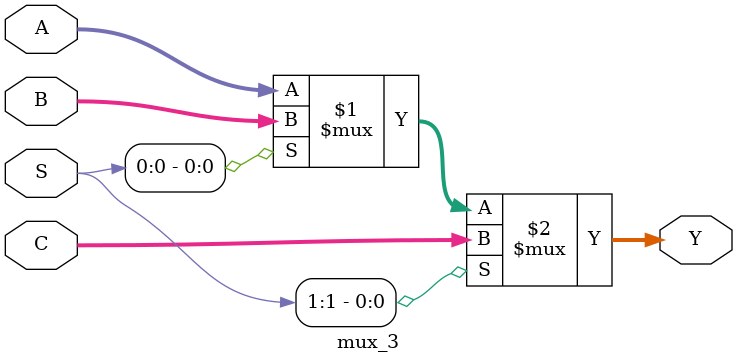
<source format=sv>
`timescale 1ns / 1ps


module mux_3(
input logic [31:0] A, B, C,
input logic [1:0] S,
output logic [31:0] Y
    );

assign Y = (S[1])? C:((S[0])? B:A);

endmodule
</source>
